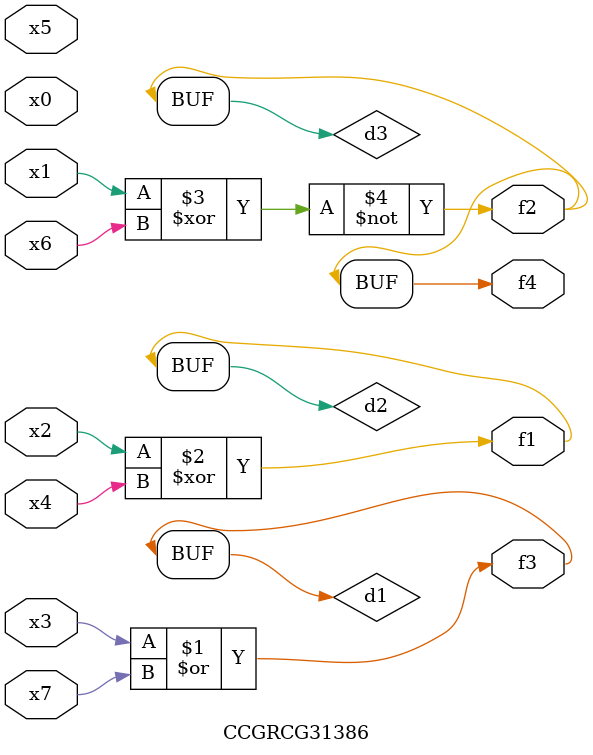
<source format=v>
module CCGRCG31386(
	input x0, x1, x2, x3, x4, x5, x6, x7,
	output f1, f2, f3, f4
);

	wire d1, d2, d3;

	or (d1, x3, x7);
	xor (d2, x2, x4);
	xnor (d3, x1, x6);
	assign f1 = d2;
	assign f2 = d3;
	assign f3 = d1;
	assign f4 = d3;
endmodule

</source>
